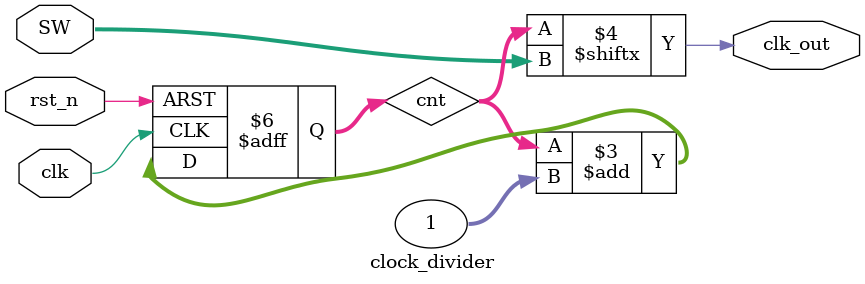
<source format=v>
`timescale 1ns / 1ps

module clock_divider (
    input clk,              
    input rst_n,            
    input [4:0] SW,
    output clk_out   
);
    reg [31:0] cnt = 32'd0;
    
    always @(posedge clk or negedge rst_n)
        if (!rst_n)
            cnt <= 32'd0;
        else
            cnt <= cnt + 1;
    assign clk_out = cnt[SW];
endmodule

</source>
